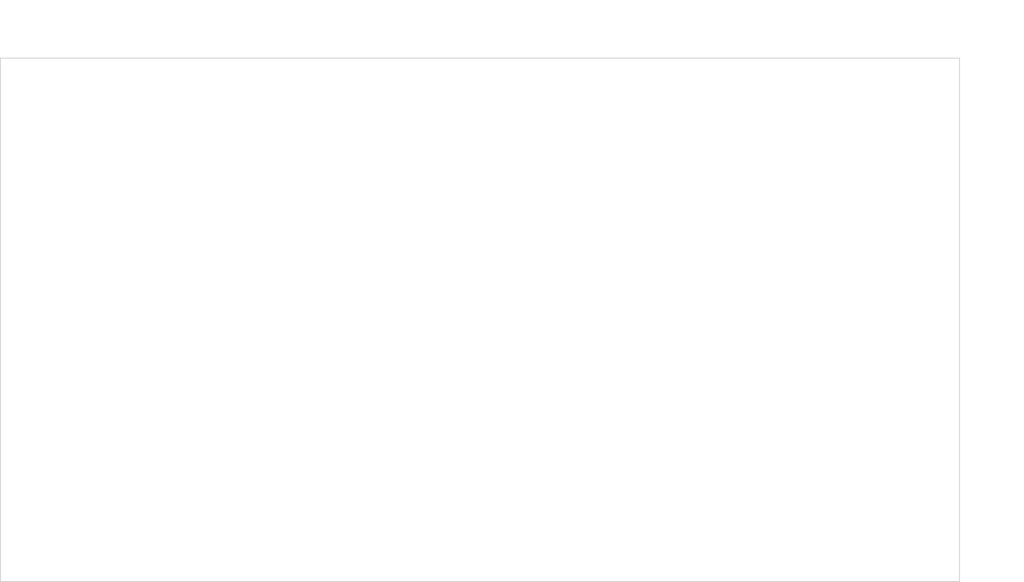
<source format=kicad_pcb>
(kicad_pcb (version 20221018) (generator pcbnew)

  (general
    (thickness 1.6)
  )

  (paper "A4")
  (layers
    (0 "F.Cu" signal)
    (31 "B.Cu" signal)
    (32 "B.Adhes" user "B.Adhesive")
    (33 "F.Adhes" user "F.Adhesive")
    (34 "B.Paste" user)
    (35 "F.Paste" user)
    (36 "B.SilkS" user "B.Silkscreen")
    (37 "F.SilkS" user "F.Silkscreen")
    (38 "B.Mask" user)
    (39 "F.Mask" user)
    (40 "Dwgs.User" user "User.Drawings")
    (41 "Cmts.User" user "User.Comments")
    (42 "Eco1.User" user "User.Eco1")
    (43 "Eco2.User" user "User.Eco2")
    (44 "Edge.Cuts" user)
    (45 "Margin" user)
    (46 "B.CrtYd" user "B.Courtyard")
    (47 "F.CrtYd" user "F.Courtyard")
    (48 "B.Fab" user)
    (49 "F.Fab" user)
  )

  (setup
    (pad_to_mask_clearance 0.051)
    (solder_mask_min_width 0.25)
    (pcbplotparams
      (layerselection 0x00010fc_ffffffff)
      (plot_on_all_layers_selection 0x0000000_00000000)
      (disableapertmacros false)
      (usegerberextensions false)
      (usegerberattributes false)
      (usegerberadvancedattributes false)
      (creategerberjobfile false)
      (dashed_line_dash_ratio 12.000000)
      (dashed_line_gap_ratio 3.000000)
      (svgprecision 4)
      (plotframeref false)
      (viasonmask false)
      (mode 1)
      (useauxorigin false)
      (hpglpennumber 1)
      (hpglpenspeed 20)
      (hpglpendiameter 15.000000)
      (dxfpolygonmode true)
      (dxfimperialunits true)
      (dxfusepcbnewfont true)
      (psnegative false)
      (psa4output false)
      (plotreference true)
      (plotvalue true)
      (plotinvisibletext false)
      (sketchpadsonfab false)
      (subtractmaskfromsilk false)
      (outputformat 1)
      (mirror false)
      (drillshape 1)
      (scaleselection 1)
      (outputdirectory "")
    )
  )

  (net 0 "")

  (gr_line (start 254.776749 152.36655) (end 266.951749 152.36655)
    (stroke (width 0.2) (type solid)) (layer "Dwgs.User") (tstamp 1b0cc51c-71a0-42da-a2d8-3b8956f01ee4))
  (gr_line (start 254.776749 32.86655) (end 266.951749 32.86655)
    (stroke (width 0.2) (type solid)) (layer "Dwgs.User") (tstamp 2de348c6-bc81-4402-b7e8-96b5517a56e1))
  (gr_line (start 34.776749 31.86655) (end 34.776749 19.69155)
    (stroke (width 0.2) (type solid)) (layer "Dwgs.User") (tstamp 57bac168-75c5-44b9-b05e-251a981f6679))
  (gr_line (start 263.776749 34.86655) (end 263.776749 119.059115)
    (stroke (width 0.2) (type solid)) (layer "Dwgs.User") (tstamp 7322b206-8f66-421c-84b6-6c7b84c05dbb))
  (gr_line (start 36.776749 22.86655) (end 209.571735 22.86655)
    (stroke (width 0.2) (type solid)) (layer "Dwgs.User") (tstamp bcfc45c7-232f-4de9-b554-ac6c59f00c72))
  (gr_line (start 251.776749 22.86655) (end 218.981763 22.86655)
    (stroke (width 0.2) (type solid)) (layer "Dwgs.User") (tstamp bf121618-b312-468b-b277-e0f822c34c87))
  (gr_line (start 253.776749 31.86655) (end 253.776749 19.69155)
    (stroke (width 0.2) (type solid)) (layer "Dwgs.User") (tstamp c176739c-9a81-4df8-9887-ce654eddcfe7))
  (gr_line (start 263.776749 150.36655) (end 263.776749 126.173985)
    (stroke (width 0.2) (type solid)) (layer "Dwgs.User") (tstamp e8b7f49d-ff9d-4acd-b60b-db5fdd3052dd))
  (gr_line (start 34.776749 32.86655) (end 34.776749 152.36655)
    (stroke (width 0.2) (type solid)) (layer "Edge.Cuts") (tstamp 2446fa18-bbee-44bd-bfa5-4a248d336ae8))
  (gr_line (start 253.776749 32.86655) (end 34.776749 32.86655)
    (stroke (width 0.2) (type solid)) (layer "Edge.Cuts") (tstamp 761eb410-376d-4e65-8343-a6f5f6916af0))
  (gr_line (start 34.776749 152.36655) (end 253.776749 152.36655)
    (stroke (width 0.2) (type solid)) (layer "Edge.Cuts") (tstamp c9fd2e2d-98e3-46cd-beae-9c59ba3d831a))
  (gr_line (start 253.776749 152.36655) (end 253.776749 32.86655)
    (stroke (width 0.2) (type solid)) (layer "Edge.Cuts") (tstamp e6919d90-ac49-4ee7-aea5-43f629ff51c5))
  (gr_text " 119.50" (at 263.776749 120.948576) (layer "Dwgs.User") (tstamp 2c65cfa6-8f0a-44cd-9fce-0a92b987014b)
    (effects (font (size 1.7 1.53) (thickness 0.2125)))
  )
  (gr_text "[8.62]" (at 214.276749 24.756011) (layer "Dwgs.User") (tstamp 2e11f746-849e-4065-b436-d846e7d87a05)
    (effects (font (size 1.7 1.53) (thickness 0.2125)))
  )
  (gr_text "[4.70]" (at 263.776749 124.506011) (layer "Dwgs.User") (tstamp 356d53dc-ef18-4bae-a6d2-3432d5b93c7f)
    (effects (font (size 1.7 1.53) (thickness 0.2125)))
  )
  (gr_text " 219.00" (at 214.276749 21.198576) (layer "Dwgs.User") (tstamp cc35fce6-26ef-481e-b200-2bd99df161f0)
    (effects (font (size 1.7 1.53) (thickness 0.2125)))
  )

)

</source>
